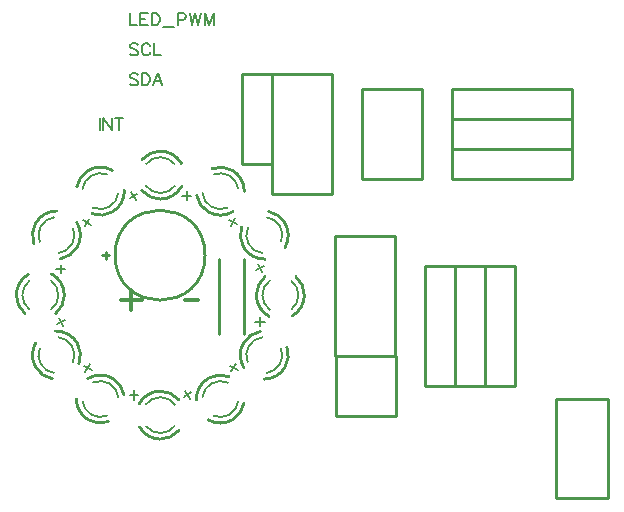
<source format=gto>
G04 DipTrace 3.0.0.2*
G04 TopSilk.gbr*
%MOIN*%
G04 #@! TF.FileFunction,Legend,Top*
G04 #@! TF.Part,Single*
%ADD10C,0.009843*%
%ADD13C,0.01*%
%ADD38C,0.006*%
%ADD39C,0.005*%
%ADD95C,0.006176*%
%ADD97C,0.012351*%
%FSLAX26Y26*%
G04*
G70*
G90*
G75*
G01*
G04 TopSilk*
%LPD*%
X1745002Y2051029D2*
D10*
X1545002D1*
Y1751029D1*
X1745002D1*
Y2051029D1*
X1445002Y2101029D2*
X1245002D1*
Y1701029D1*
X1445002D1*
Y2101029D1*
X1845280Y2051039D2*
X2245315D1*
Y1951034D1*
X1845280D1*
Y2051039D1*
X1845016Y1951289D2*
X2245051D1*
Y1851284D1*
X1845016D1*
Y1951289D1*
Y1851278D2*
X2245051D1*
Y1751273D1*
X1845016D1*
Y1851278D1*
X1245007Y2101010D2*
X1145002D1*
Y1801048D1*
X1245007D1*
Y2101010D1*
X2056387Y1459203D2*
X1956382D1*
Y1059168D1*
X2056387D1*
Y1459203D1*
X1956376D2*
X1856371D1*
Y1059168D1*
X1956376D1*
Y1459203D1*
X1856111Y1458930D2*
X1756106D1*
Y1058895D1*
X1856111D1*
Y1458930D1*
X1067876Y1232029D2*
Y1482029D1*
X1152128Y1232029D2*
Y1482029D1*
X2190294Y685675D2*
X2363522D1*
Y1016383D1*
X2190294D1*
Y685675D1*
X872995Y1023030D2*
D38*
G02X921829Y997895I13J-59981D01*
G01*
X825001Y999036D2*
G02X872995Y1023030I48031J-36078D01*
G01*
Y903029D2*
G03X920369Y926191I23J59982D01*
G01*
X825639D2*
G03X872995Y903029I47351J36820D01*
G01*
Y1043030D2*
D13*
G02X934457Y1014244I40J-79922D01*
G01*
X802409Y1000682D2*
G02X872995Y1043030I70633J-37731D01*
G01*
Y883029D2*
G03X934074Y911358I-15J80040D01*
G01*
X803540Y923339D2*
G03X872995Y883029I69462J39694D01*
G01*
X771002Y1031033D2*
D39*
X800000D1*
X784999Y1015026D2*
Y1046029D1*
X1167456Y1533020D2*
D38*
G02X1164799Y1587890I52001J30017D01*
G01*
X1212241Y1503464D2*
G02X1167456Y1533020I7154J59549D01*
G01*
X1271417Y1593017D2*
G03X1227655Y1622472I-51934J-29921D01*
G01*
X1275034Y1540439D2*
G03X1271417Y1593017I-55570J22590D01*
G01*
X1150121Y1523027D2*
D13*
G02X1144327Y1590644I69134J39981D01*
G01*
X1222117Y1483076D2*
G02X1150121Y1523027I-2663J80049D01*
G01*
X1288735Y1603030D2*
G03X1233642Y1641754I-69312J-40058D01*
G01*
X1288559Y1522726D2*
G03X1288735Y1603030I-69059J40304D01*
G01*
X1211537Y1440692D2*
D39*
X1197035Y1465805D1*
X1218404Y1460819D2*
X1191545Y1445317D1*
X1043010Y1657435D2*
D38*
G02X1013274Y1703640I29933J51936D01*
G01*
X1096574Y1654221D2*
G02X1043010Y1657435I-23561J55290D01*
G01*
X1103007Y1761406D2*
G03X1050397Y1765031I-30014J-52005D01*
G01*
X1132442Y1717650D2*
G03X1103007Y1761406I-59507J-8253D01*
G01*
X1033003Y1640113D2*
D13*
G02X994164Y1695782I39964J69265D01*
G01*
X1115318Y1641484D2*
G02X1033003Y1640113I-42303J68018D01*
G01*
X1113015Y1778728D2*
G03X1045949Y1784743I-40020J-69312D01*
G01*
X1153013Y1709067D2*
G03X1113015Y1778728I-80042J354D01*
G01*
X1127343Y1599492D2*
D39*
X1102229Y1613992D1*
X1123229Y1620361D2*
X1107725Y1593496D1*
X1042993Y1068576D2*
D38*
G02X1097863Y1071233I30017J-52001D01*
G01*
X1013437Y1023790D2*
G02X1042993Y1068576I59549J-7154D01*
G01*
X1102990Y964615D2*
G03X1132446Y1008376I-29921J51934D01*
G01*
X1050412Y960997D2*
G03X1102990Y964615I22590J55570D01*
G01*
X1033000Y1085910D2*
D13*
G02X1100618Y1091705I39981J-69134D01*
G01*
X993050Y1013914D2*
G02X1033000Y1085910I80049J2663D01*
G01*
X1113003Y947296D2*
G03X1151727Y1002390I-40058J69312D01*
G01*
X1032699Y947472D2*
G03X1113003Y947296I40304J69059D01*
G01*
X950666Y1024494D2*
D39*
X975778Y1038996D1*
X970792Y1017628D2*
X955290Y1044486D1*
X533003Y1363036D2*
D38*
G02X507868Y1314202I-59981J-13D01*
G01*
X509009Y1411031D2*
G02X533003Y1363036I-36078J-48031D01*
G01*
X413002D2*
G03X436165Y1315662I59982J-23D01*
G01*
Y1410392D2*
G03X413002Y1363036I36820J-47351D01*
G01*
X553003D2*
D13*
G02X524217Y1301574I-79922J-40D01*
G01*
X510656Y1433623D2*
G02X553003Y1363036I-37731J-70633D01*
G01*
X393002D2*
G03X421332Y1301958I80040J15D01*
G01*
X433312Y1432491D2*
G03X393002Y1363036I39694J-69462D01*
G01*
X541006Y1465029D2*
D39*
Y1436032D1*
X525000Y1451032D2*
X556002D1*
X873010Y1703028D2*
D38*
G02X824176Y1728163I-13J59981D01*
G01*
X921004Y1727022D2*
G02X873010Y1703028I-48031J36078D01*
G01*
Y1823029D2*
G03X825636Y1799867I-23J-59982D01*
G01*
X920365D2*
G03X873010Y1823029I-47351J-36820D01*
G01*
Y1683028D2*
D13*
G02X811548Y1711814I-40J79922D01*
G01*
X943596Y1725376D2*
G02X873010Y1683028I-70633J37731D01*
G01*
Y1843029D2*
G03X811931Y1814700I15J-80040D01*
G01*
X942465Y1802719D2*
G03X873010Y1843029I-69462J-39694D01*
G01*
X975002Y1695025D2*
D39*
X946005D1*
X961005Y1711032D2*
Y1680029D1*
X1167408Y1193021D2*
D38*
G02X1213613Y1222758I51936J-29933D01*
G01*
X1164194Y1139457D2*
G02X1167408Y1193021I55290J23561D01*
G01*
X1271379Y1133024D2*
G03X1275004Y1185635I-52005J30014D01*
G01*
X1227623Y1103589D2*
G03X1271379Y1133024I-8253J59507D01*
G01*
X1150086Y1203029D2*
D13*
G02X1205755Y1241867I69265J-39964D01*
G01*
X1151458Y1120713D2*
G02X1150086Y1203029I68018J42303D01*
G01*
X1288701Y1123016D2*
G03X1294717Y1190082I-69312J40020D01*
G01*
X1219041Y1083018D2*
G03X1288701Y1123016I354J80042D01*
G01*
X1109466Y1108688D2*
D39*
X1123966Y1133802D1*
X1130334Y1112802D2*
X1103469Y1128306D1*
X578549Y1193038D2*
D38*
G02X581206Y1138168I-52001J-30017D01*
G01*
X533763Y1222594D2*
G02X578549Y1193038I-7154J-59549D01*
G01*
X474588Y1133041D2*
G03X518349Y1103586I51934J29921D01*
G01*
X470971Y1185619D2*
G03X474588Y1133041I55570J-22590D01*
G01*
X595884Y1203031D2*
D13*
G02X601678Y1135414I-69134J-39981D01*
G01*
X523887Y1242982D2*
G02X595884Y1203031I2663J-80049D01*
G01*
X457269Y1123028D2*
G03X512363Y1084304I69312J40058D01*
G01*
X457445Y1203332D2*
G03X457269Y1123028I69059J-40304D01*
G01*
X534468Y1285366D2*
D39*
X548969Y1260253D1*
X527601Y1265239D2*
X554459Y1280741D1*
X703011Y1657482D2*
D38*
G02X648142Y1654825I-30017J52001D01*
G01*
X732567Y1702268D2*
G02X703011Y1657482I-59549J7154D01*
G01*
X643015Y1761443D2*
G03X613559Y1717682I29921J-51934D01*
G01*
X695592Y1765061D2*
G03X643015Y1761443I-22590J-55570D01*
G01*
X713004Y1640148D2*
D13*
G02X645387Y1634353I-39981J69134D01*
G01*
X752955Y1712144D2*
G02X713004Y1640148I-80049J-2663D01*
G01*
X633002Y1778762D2*
G03X594277Y1723668I40058J-69312D01*
G01*
X713306Y1778586D2*
G03X633002Y1778762I-40304J-69059D01*
G01*
X795339Y1701564D2*
D39*
X770226Y1687062D1*
X775213Y1708430D2*
X790715Y1681572D1*
X1213002Y1363022D2*
D38*
G02X1238136Y1411855I59981J13D01*
G01*
X1236995Y1315027D2*
G02X1213002Y1363022I36078J48031D01*
G01*
X1333002D2*
G03X1309840Y1410396I-59982J23D01*
G01*
Y1315666D2*
G03X1333002Y1363022I-36820J47351D01*
G01*
X1193002D2*
D13*
G02X1221787Y1424484I79922J40D01*
G01*
X1235349Y1292435D2*
G02X1193002Y1363022I37731J70633D01*
G01*
X1353002D2*
G03X1324673Y1424100I-80040J-15D01*
G01*
X1312692Y1293567D2*
G03X1353002Y1363022I-39694J69462D01*
G01*
X1204998Y1261029D2*
D39*
Y1290026D1*
X1221005Y1275026D2*
X1190002D1*
X702995Y1068623D2*
D38*
G02X732731Y1022418I-29933J-51936D01*
G01*
X649431Y1071837D2*
G02X702995Y1068623I23561J-55290D01*
G01*
X642997Y964652D2*
G03X695608Y961027I30014J52005D01*
G01*
X613563Y1008408D2*
G03X642997Y964652I59507J8253D01*
G01*
X713002Y1085945D2*
D13*
G02X751841Y1030276I-39964J-69265D01*
G01*
X630686Y1084574D2*
G02X713002Y1085945I42303J-68018D01*
G01*
X632990Y947330D2*
G03X700056Y941315I40020J69312D01*
G01*
X592992Y1016990D2*
G03X632990Y947330I80042J-354D01*
G01*
X618662Y1126566D2*
D39*
X643776Y1112065D1*
X622776Y1105697D2*
X638279Y1132562D1*
X578597Y1533037D2*
D38*
G02X532392Y1503300I-51936J29933D01*
G01*
X581810Y1586601D2*
G02X578597Y1533037I-55290J-23561D01*
G01*
X474626Y1593034D2*
G03X471000Y1540423I52005J-30014D01*
G01*
X518381Y1622469D2*
G03X474626Y1593034I8253J-59507D01*
G01*
X595919Y1523029D2*
D13*
G02X540249Y1484191I-69265J39964D01*
G01*
X594547Y1605345D2*
G02X595919Y1523029I-68018J-42303D01*
G01*
X457304Y1603042D2*
G03X451288Y1535975I69312J-40020D01*
G01*
X526964Y1643040D2*
G03X457304Y1603042I-354J-80042D01*
G01*
X636539Y1617370D2*
D39*
X622039Y1592256D1*
X615670Y1613256D2*
X642535Y1597752D1*
X1656502Y1558780D2*
D10*
X1456502D1*
Y1158780D1*
X1656502D1*
Y1558780D1*
X1457002Y959029D2*
X1657002D1*
Y1159029D1*
X1457002D1*
Y959029D1*
X690892Y1484209D2*
Y1507849D1*
X679096Y1496029D2*
X702722D1*
X721994D2*
G02X721994Y1496029I150007J0D01*
G01*
X771002Y2302550D2*
D95*
Y2262358D1*
X793950D1*
X831151Y2302550D2*
X806302D1*
Y2262358D1*
X831151D1*
X806302Y2283405D2*
X821600D1*
X843502Y2302550D2*
Y2262358D1*
X856899D1*
X862648Y2264303D1*
X866494Y2268106D1*
X868396Y2271953D1*
X870297Y2277657D1*
Y2287251D1*
X868396Y2292999D1*
X866494Y2296802D1*
X862648Y2300649D1*
X856899Y2302550D1*
X843502D1*
X882648Y2255726D2*
X918993D1*
X931345Y2281503D2*
X948589D1*
X954293Y2283405D1*
X956238Y2285350D1*
X958140Y2289153D1*
Y2294901D1*
X956238Y2298703D1*
X954293Y2300649D1*
X948589Y2302550D1*
X931345D1*
Y2262358D1*
X970491Y2302550D2*
X980086Y2262358D1*
X989636Y2302550D1*
X999187Y2262358D1*
X1008782Y2302550D1*
X1051730Y2262358D2*
Y2302550D1*
X1036432Y2262358D1*
X1021133Y2302550D1*
Y2262358D1*
X797797Y2196802D2*
X793994Y2200649D1*
X788246Y2202550D1*
X780597D1*
X774849Y2200649D1*
X771002Y2196802D1*
Y2192999D1*
X772948Y2189153D1*
X774849Y2187251D1*
X778652Y2185350D1*
X790148Y2181503D1*
X793994Y2179602D1*
X795896Y2177657D1*
X797797Y2173854D1*
Y2168106D1*
X793994Y2164303D1*
X788246Y2162358D1*
X780597D1*
X774849Y2164303D1*
X771002Y2168106D1*
X838844Y2192999D2*
X836943Y2196802D1*
X833096Y2200649D1*
X829294Y2202550D1*
X821644D1*
X817798Y2200649D1*
X813995Y2196802D1*
X812050Y2192999D1*
X810148Y2187251D1*
Y2177657D1*
X812050Y2171953D1*
X813995Y2168106D1*
X817798Y2164303D1*
X821644Y2162358D1*
X829294D1*
X833096Y2164303D1*
X836943Y2168106D1*
X838844Y2171953D1*
X851196Y2202550D2*
Y2162358D1*
X874144D1*
X797797Y2096802D2*
X793994Y2100649D1*
X788246Y2102550D1*
X780597D1*
X774849Y2100649D1*
X771002Y2096802D1*
Y2092999D1*
X772948Y2089153D1*
X774849Y2087251D1*
X778652Y2085350D1*
X790148Y2081503D1*
X793994Y2079602D1*
X795896Y2077657D1*
X797797Y2073854D1*
Y2068106D1*
X793994Y2064303D1*
X788246Y2062358D1*
X780597D1*
X774849Y2064303D1*
X771002Y2068106D1*
X810148Y2102550D2*
Y2062358D1*
X823546D1*
X829294Y2064303D1*
X833140Y2068106D1*
X835042Y2071953D1*
X836943Y2077657D1*
Y2087251D1*
X835042Y2092999D1*
X833140Y2096802D1*
X829294Y2100649D1*
X823546Y2102550D1*
X810148D1*
X879936Y2062358D2*
X864593Y2102550D1*
X849294Y2062358D1*
X855042Y2075755D2*
X874188D1*
X671002Y1952550D2*
Y1912358D1*
X710148Y1952550D2*
Y1912358D1*
X683354Y1952550D1*
Y1912358D1*
X735897Y1952550D2*
Y1912358D1*
X722500Y1952550D2*
X749294D1*
X954176Y1346659D2*
D97*
X998391D1*
X776062Y1381103D2*
Y1312215D1*
X741662Y1346615D2*
X810550D1*
M02*

</source>
